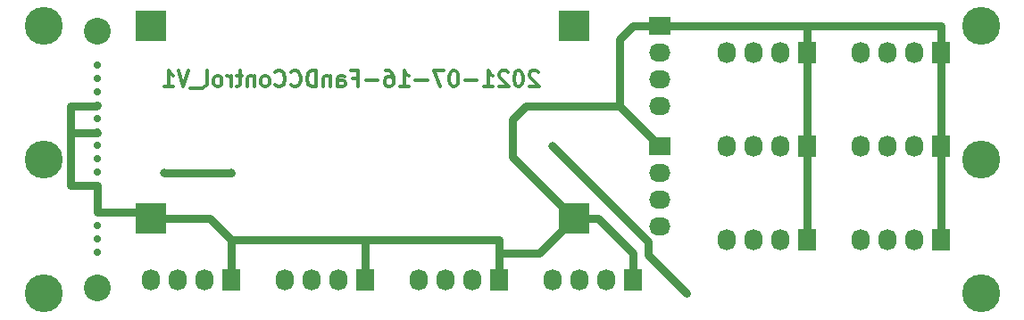
<source format=gbr>
%TF.GenerationSoftware,KiCad,Pcbnew,(5.1.10)-1*%
%TF.CreationDate,2021-07-17T09:46:38+08:00*%
%TF.ProjectId,FanDCControl,46616e44-4343-46f6-9e74-726f6c2e6b69,rev?*%
%TF.SameCoordinates,Original*%
%TF.FileFunction,Copper,L2,Bot*%
%TF.FilePolarity,Positive*%
%FSLAX46Y46*%
G04 Gerber Fmt 4.6, Leading zero omitted, Abs format (unit mm)*
G04 Created by KiCad (PCBNEW (5.1.10)-1) date 2021-07-17 09:46:38*
%MOMM*%
%LPD*%
G01*
G04 APERTURE LIST*
%TA.AperFunction,NonConductor*%
%ADD10C,0.300000*%
%TD*%
%TA.AperFunction,ComponentPad*%
%ADD11C,0.700000*%
%TD*%
%TA.AperFunction,WasherPad*%
%ADD12C,2.540000*%
%TD*%
%TA.AperFunction,ComponentPad*%
%ADD13R,3.000000X3.000000*%
%TD*%
%TA.AperFunction,ComponentPad*%
%ADD14O,1.730000X2.030000*%
%TD*%
%TA.AperFunction,ComponentPad*%
%ADD15R,1.730000X2.030000*%
%TD*%
%TA.AperFunction,ComponentPad*%
%ADD16O,2.030000X1.730000*%
%TD*%
%TA.AperFunction,ComponentPad*%
%ADD17R,2.030000X1.730000*%
%TD*%
%TA.AperFunction,ViaPad*%
%ADD18C,3.600000*%
%TD*%
%TA.AperFunction,ViaPad*%
%ADD19C,0.800000*%
%TD*%
%TA.AperFunction,Conductor*%
%ADD20C,0.750000*%
%TD*%
G04 APERTURE END LIST*
D10*
X120584285Y-70441428D02*
X120512857Y-70370000D01*
X120370000Y-70298571D01*
X120012857Y-70298571D01*
X119870000Y-70370000D01*
X119798571Y-70441428D01*
X119727142Y-70584285D01*
X119727142Y-70727142D01*
X119798571Y-70941428D01*
X120655714Y-71798571D01*
X119727142Y-71798571D01*
X118798571Y-70298571D02*
X118655714Y-70298571D01*
X118512857Y-70370000D01*
X118441428Y-70441428D01*
X118370000Y-70584285D01*
X118298571Y-70870000D01*
X118298571Y-71227142D01*
X118370000Y-71512857D01*
X118441428Y-71655714D01*
X118512857Y-71727142D01*
X118655714Y-71798571D01*
X118798571Y-71798571D01*
X118941428Y-71727142D01*
X119012857Y-71655714D01*
X119084285Y-71512857D01*
X119155714Y-71227142D01*
X119155714Y-70870000D01*
X119084285Y-70584285D01*
X119012857Y-70441428D01*
X118941428Y-70370000D01*
X118798571Y-70298571D01*
X117727142Y-70441428D02*
X117655714Y-70370000D01*
X117512857Y-70298571D01*
X117155714Y-70298571D01*
X117012857Y-70370000D01*
X116941428Y-70441428D01*
X116870000Y-70584285D01*
X116870000Y-70727142D01*
X116941428Y-70941428D01*
X117798571Y-71798571D01*
X116870000Y-71798571D01*
X115441428Y-71798571D02*
X116298571Y-71798571D01*
X115870000Y-71798571D02*
X115870000Y-70298571D01*
X116012857Y-70512857D01*
X116155714Y-70655714D01*
X116298571Y-70727142D01*
X114798571Y-71227142D02*
X113655714Y-71227142D01*
X112655714Y-70298571D02*
X112512857Y-70298571D01*
X112370000Y-70370000D01*
X112298571Y-70441428D01*
X112227142Y-70584285D01*
X112155714Y-70870000D01*
X112155714Y-71227142D01*
X112227142Y-71512857D01*
X112298571Y-71655714D01*
X112370000Y-71727142D01*
X112512857Y-71798571D01*
X112655714Y-71798571D01*
X112798571Y-71727142D01*
X112870000Y-71655714D01*
X112941428Y-71512857D01*
X113012857Y-71227142D01*
X113012857Y-70870000D01*
X112941428Y-70584285D01*
X112870000Y-70441428D01*
X112798571Y-70370000D01*
X112655714Y-70298571D01*
X111655714Y-70298571D02*
X110655714Y-70298571D01*
X111298571Y-71798571D01*
X110084285Y-71227142D02*
X108941428Y-71227142D01*
X107441428Y-71798571D02*
X108298571Y-71798571D01*
X107870000Y-71798571D02*
X107870000Y-70298571D01*
X108012857Y-70512857D01*
X108155714Y-70655714D01*
X108298571Y-70727142D01*
X106155714Y-70298571D02*
X106441428Y-70298571D01*
X106584285Y-70370000D01*
X106655714Y-70441428D01*
X106798571Y-70655714D01*
X106870000Y-70941428D01*
X106870000Y-71512857D01*
X106798571Y-71655714D01*
X106727142Y-71727142D01*
X106584285Y-71798571D01*
X106298571Y-71798571D01*
X106155714Y-71727142D01*
X106084285Y-71655714D01*
X106012857Y-71512857D01*
X106012857Y-71155714D01*
X106084285Y-71012857D01*
X106155714Y-70941428D01*
X106298571Y-70870000D01*
X106584285Y-70870000D01*
X106727142Y-70941428D01*
X106798571Y-71012857D01*
X106870000Y-71155714D01*
X105370000Y-71227142D02*
X104227142Y-71227142D01*
X103012857Y-71012857D02*
X103512857Y-71012857D01*
X103512857Y-71798571D02*
X103512857Y-70298571D01*
X102798571Y-70298571D01*
X101584285Y-71798571D02*
X101584285Y-71012857D01*
X101655714Y-70870000D01*
X101798571Y-70798571D01*
X102084285Y-70798571D01*
X102227142Y-70870000D01*
X101584285Y-71727142D02*
X101727142Y-71798571D01*
X102084285Y-71798571D01*
X102227142Y-71727142D01*
X102298571Y-71584285D01*
X102298571Y-71441428D01*
X102227142Y-71298571D01*
X102084285Y-71227142D01*
X101727142Y-71227142D01*
X101584285Y-71155714D01*
X100870000Y-70798571D02*
X100870000Y-71798571D01*
X100870000Y-70941428D02*
X100798571Y-70870000D01*
X100655714Y-70798571D01*
X100441428Y-70798571D01*
X100298571Y-70870000D01*
X100227142Y-71012857D01*
X100227142Y-71798571D01*
X99512857Y-71798571D02*
X99512857Y-70298571D01*
X99155714Y-70298571D01*
X98941428Y-70370000D01*
X98798571Y-70512857D01*
X98727142Y-70655714D01*
X98655714Y-70941428D01*
X98655714Y-71155714D01*
X98727142Y-71441428D01*
X98798571Y-71584285D01*
X98941428Y-71727142D01*
X99155714Y-71798571D01*
X99512857Y-71798571D01*
X97155714Y-71655714D02*
X97227142Y-71727142D01*
X97441428Y-71798571D01*
X97584285Y-71798571D01*
X97798571Y-71727142D01*
X97941428Y-71584285D01*
X98012857Y-71441428D01*
X98084285Y-71155714D01*
X98084285Y-70941428D01*
X98012857Y-70655714D01*
X97941428Y-70512857D01*
X97798571Y-70370000D01*
X97584285Y-70298571D01*
X97441428Y-70298571D01*
X97227142Y-70370000D01*
X97155714Y-70441428D01*
X95655714Y-71655714D02*
X95727142Y-71727142D01*
X95941428Y-71798571D01*
X96084285Y-71798571D01*
X96298571Y-71727142D01*
X96441428Y-71584285D01*
X96512857Y-71441428D01*
X96584285Y-71155714D01*
X96584285Y-70941428D01*
X96512857Y-70655714D01*
X96441428Y-70512857D01*
X96298571Y-70370000D01*
X96084285Y-70298571D01*
X95941428Y-70298571D01*
X95727142Y-70370000D01*
X95655714Y-70441428D01*
X94798571Y-71798571D02*
X94941428Y-71727142D01*
X95012857Y-71655714D01*
X95084285Y-71512857D01*
X95084285Y-71084285D01*
X95012857Y-70941428D01*
X94941428Y-70870000D01*
X94798571Y-70798571D01*
X94584285Y-70798571D01*
X94441428Y-70870000D01*
X94370000Y-70941428D01*
X94298571Y-71084285D01*
X94298571Y-71512857D01*
X94370000Y-71655714D01*
X94441428Y-71727142D01*
X94584285Y-71798571D01*
X94798571Y-71798571D01*
X93655714Y-70798571D02*
X93655714Y-71798571D01*
X93655714Y-70941428D02*
X93584285Y-70870000D01*
X93441428Y-70798571D01*
X93227142Y-70798571D01*
X93084285Y-70870000D01*
X93012857Y-71012857D01*
X93012857Y-71798571D01*
X92512857Y-70798571D02*
X91941428Y-70798571D01*
X92298571Y-70298571D02*
X92298571Y-71584285D01*
X92227142Y-71727142D01*
X92084285Y-71798571D01*
X91941428Y-71798571D01*
X91441428Y-71798571D02*
X91441428Y-70798571D01*
X91441428Y-71084285D02*
X91370000Y-70941428D01*
X91298571Y-70870000D01*
X91155714Y-70798571D01*
X91012857Y-70798571D01*
X90298571Y-71798571D02*
X90441428Y-71727142D01*
X90512857Y-71655714D01*
X90584285Y-71512857D01*
X90584285Y-71084285D01*
X90512857Y-70941428D01*
X90441428Y-70870000D01*
X90298571Y-70798571D01*
X90084285Y-70798571D01*
X89941428Y-70870000D01*
X89870000Y-70941428D01*
X89798571Y-71084285D01*
X89798571Y-71512857D01*
X89870000Y-71655714D01*
X89941428Y-71727142D01*
X90084285Y-71798571D01*
X90298571Y-71798571D01*
X88941428Y-71798571D02*
X89084285Y-71727142D01*
X89155714Y-71584285D01*
X89155714Y-70298571D01*
X88727142Y-71941428D02*
X87584285Y-71941428D01*
X87441428Y-70298571D02*
X86941428Y-71798571D01*
X86441428Y-70298571D01*
X85155714Y-71798571D02*
X86012857Y-71798571D01*
X85584285Y-71798571D02*
X85584285Y-70298571D01*
X85727142Y-70512857D01*
X85870000Y-70655714D01*
X86012857Y-70727142D01*
D11*
%TO.P,U2,14*%
%TO.N,+12V*%
X78740000Y-71062000D03*
%TO.P,U2,13*%
X78740000Y-72332000D03*
%TO.P,U2,15*%
X78740000Y-69792000D03*
%TO.P,U2,10*%
%TO.N,GND*%
X78740000Y-76142000D03*
%TO.P,U2,12*%
X78740000Y-73602000D03*
%TO.P,U2,11*%
%TO.N,N/C*%
X78740000Y-74872000D03*
%TO.P,U2,9*%
%TO.N,+5V*%
X78740000Y-77412000D03*
%TO.P,U2,8*%
X78740000Y-78682000D03*
%TO.P,U2,7*%
X78740000Y-79952000D03*
%TO.P,U2,6*%
%TO.N,GND*%
X78740000Y-81222000D03*
%TO.P,U2,5*%
X78740000Y-82492000D03*
%TO.P,U2,4*%
X78740000Y-83762000D03*
%TO.P,U2,3*%
%TO.N,N/C*%
X78740000Y-85032000D03*
%TO.P,U2,2*%
X78740000Y-86302000D03*
%TO.P,U2,1*%
X78740000Y-87572000D03*
D12*
%TO.P,U2,*%
%TO.N,*%
X78740000Y-66522600D03*
X78740000Y-90932000D03*
%TD*%
D13*
%TO.P,U1,4*%
%TO.N,GND*%
X123952000Y-84328000D03*
%TO.P,U1,1*%
%TO.N,+12V*%
X83820000Y-66040000D03*
%TO.P,U1,2*%
%TO.N,GND*%
X83820000Y-84328000D03*
%TO.P,U1,3*%
%TO.N,+8V*%
X123952000Y-66040000D03*
%TD*%
D14*
%TO.P,FAN4,4*%
%TO.N,N/C*%
X151130000Y-86360000D03*
%TO.P,FAN4,3*%
X153670000Y-86360000D03*
%TO.P,FAN4,2*%
%TO.N,+8V*%
X156210000Y-86360000D03*
D15*
%TO.P,FAN4,1*%
%TO.N,GND*%
X158750000Y-86360000D03*
%TD*%
D14*
%TO.P,FAN3,4*%
%TO.N,N/C*%
X151130000Y-77470000D03*
%TO.P,FAN3,3*%
X153670000Y-77470000D03*
%TO.P,FAN3,2*%
%TO.N,+8V*%
X156210000Y-77470000D03*
D15*
%TO.P,FAN3,1*%
%TO.N,GND*%
X158750000Y-77470000D03*
%TD*%
D14*
%TO.P,FAN2,4*%
%TO.N,N/C*%
X151130000Y-68580000D03*
%TO.P,FAN2,3*%
X153670000Y-68580000D03*
%TO.P,FAN2,2*%
%TO.N,+8V*%
X156210000Y-68580000D03*
D15*
%TO.P,FAN2,1*%
%TO.N,GND*%
X158750000Y-68580000D03*
%TD*%
D14*
%TO.P,FAN1,4*%
%TO.N,N/C*%
X138430000Y-86360000D03*
%TO.P,FAN1,3*%
X140970000Y-86360000D03*
%TO.P,FAN1,2*%
%TO.N,+8V*%
X143510000Y-86360000D03*
D15*
%TO.P,FAN1,1*%
%TO.N,GND*%
X146050000Y-86360000D03*
%TD*%
D14*
%TO.P,5V_FAN4,4*%
%TO.N,N/C*%
X138430000Y-77470000D03*
%TO.P,5V_FAN4,3*%
X140970000Y-77470000D03*
%TO.P,5V_FAN4,2*%
%TO.N,+5V*%
X143510000Y-77470000D03*
D15*
%TO.P,5V_FAN4,1*%
%TO.N,GND*%
X146050000Y-77470000D03*
%TD*%
D14*
%TO.P,5V_FAN3,4*%
%TO.N,N/C*%
X138430000Y-68580000D03*
%TO.P,5V_FAN3,3*%
X140970000Y-68580000D03*
%TO.P,5V_FAN3,2*%
%TO.N,+5V*%
X143510000Y-68580000D03*
D15*
%TO.P,5V_FAN3,1*%
%TO.N,GND*%
X146050000Y-68580000D03*
%TD*%
D16*
%TO.P,5V_FAN2,4*%
%TO.N,N/C*%
X132080000Y-85090000D03*
%TO.P,5V_FAN2,3*%
X132080000Y-82550000D03*
%TO.P,5V_FAN2,2*%
%TO.N,+5V*%
X132080000Y-80010000D03*
D17*
%TO.P,5V_FAN2,1*%
%TO.N,GND*%
X132080000Y-77470000D03*
%TD*%
D16*
%TO.P,5V_FAN1,4*%
%TO.N,N/C*%
X132080000Y-73660000D03*
%TO.P,5V_FAN1,3*%
X132080000Y-71120000D03*
%TO.P,5V_FAN1,2*%
%TO.N,+5V*%
X132080000Y-68580000D03*
D17*
%TO.P,5V_FAN1,1*%
%TO.N,GND*%
X132080000Y-66040000D03*
%TD*%
D14*
%TO.P,12V_FAN4,4*%
%TO.N,N/C*%
X109220000Y-90170000D03*
%TO.P,12V_FAN4,3*%
X111760000Y-90170000D03*
%TO.P,12V_FAN4,2*%
%TO.N,+12V*%
X114300000Y-90170000D03*
D15*
%TO.P,12V_FAN4,1*%
%TO.N,GND*%
X116840000Y-90170000D03*
%TD*%
D14*
%TO.P,12V_FAN3,4*%
%TO.N,N/C*%
X121920000Y-90170000D03*
%TO.P,12V_FAN3,3*%
X124460000Y-90170000D03*
%TO.P,12V_FAN3,2*%
%TO.N,+12V*%
X127000000Y-90170000D03*
D15*
%TO.P,12V_FAN3,1*%
%TO.N,GND*%
X129540000Y-90170000D03*
%TD*%
D14*
%TO.P,12V_FAN2,4*%
%TO.N,N/C*%
X83820000Y-90170000D03*
%TO.P,12V_FAN2,3*%
X86360000Y-90170000D03*
%TO.P,12V_FAN2,2*%
%TO.N,+12V*%
X88900000Y-90170000D03*
D15*
%TO.P,12V_FAN2,1*%
%TO.N,GND*%
X91440000Y-90170000D03*
%TD*%
D14*
%TO.P,12V_FAN1,4*%
%TO.N,N/C*%
X96520000Y-90170000D03*
%TO.P,12V_FAN1,3*%
X99060000Y-90170000D03*
%TO.P,12V_FAN1,2*%
%TO.N,+12V*%
X101600000Y-90170000D03*
D15*
%TO.P,12V_FAN1,1*%
%TO.N,GND*%
X104140000Y-90170000D03*
%TD*%
D18*
%TO.N,*%
X73660000Y-78740000D03*
X162560000Y-78740000D03*
X162560000Y-66040000D03*
X162560000Y-91440000D03*
X73660000Y-91440000D03*
X73660000Y-66040000D03*
D19*
%TO.N,+5V*%
X85090000Y-80010000D03*
X91440000Y-80010000D03*
%TO.N,+8V*%
X121920000Y-77470000D03*
X134620000Y-91440000D03*
%TD*%
D20*
%TO.N,GND*%
X78682000Y-81222000D02*
X78740000Y-81222000D01*
X78740000Y-81222000D02*
X78740000Y-82550000D01*
X78740000Y-82550000D02*
X78740000Y-82492000D01*
X78740000Y-82492000D02*
X78740000Y-83762000D01*
X83254000Y-83762000D02*
X83820000Y-84328000D01*
X78740000Y-83762000D02*
X83254000Y-83762000D01*
X78740000Y-81222000D02*
X76258000Y-81222000D01*
X76258000Y-81222000D02*
X76200000Y-81164000D01*
X76200000Y-81164000D02*
X76200000Y-76200000D01*
X78740000Y-76200000D02*
X76200000Y-76200000D01*
X76200000Y-76200000D02*
X76200000Y-73660000D01*
X78682000Y-73660000D02*
X78740000Y-73602000D01*
X76200000Y-73660000D02*
X78682000Y-73660000D01*
X83820000Y-84328000D02*
X89408000Y-84328000D01*
X91440000Y-86360000D02*
X91440000Y-90170000D01*
X89408000Y-84328000D02*
X91440000Y-86360000D01*
X104140000Y-86360000D02*
X104140000Y-90170000D01*
X91440000Y-86360000D02*
X104140000Y-86360000D01*
X104140000Y-86360000D02*
X116840000Y-86360000D01*
X120650000Y-87630000D02*
X123952000Y-84328000D01*
X116840000Y-87630000D02*
X120650000Y-87630000D01*
X116840000Y-86360000D02*
X116840000Y-87630000D01*
X116840000Y-87630000D02*
X116840000Y-90170000D01*
X123952000Y-84328000D02*
X126238000Y-84328000D01*
X129540000Y-87630000D02*
X129540000Y-90170000D01*
X126238000Y-84328000D02*
X129540000Y-87630000D01*
X123952000Y-84328000D02*
X118110000Y-78486000D01*
X118110000Y-78486000D02*
X118110000Y-74930000D01*
X118110000Y-74930000D02*
X119380000Y-73660000D01*
X128270000Y-73660000D02*
X132080000Y-77470000D01*
X119380000Y-73660000D02*
X128270000Y-73660000D01*
X128270000Y-73660000D02*
X128270000Y-67310000D01*
X129540000Y-66040000D02*
X132080000Y-66040000D01*
X128270000Y-67310000D02*
X129540000Y-66040000D01*
X158750000Y-66040000D02*
X158750000Y-68580000D01*
X146050000Y-66040000D02*
X146050000Y-68580000D01*
X132080000Y-66040000D02*
X146050000Y-66040000D01*
X146050000Y-66040000D02*
X158750000Y-66040000D01*
X146050000Y-68580000D02*
X146050000Y-77470000D01*
X158750000Y-68580000D02*
X158750000Y-77470000D01*
X158750000Y-77470000D02*
X158750000Y-86360000D01*
X146050000Y-77470000D02*
X146050000Y-86360000D01*
%TO.N,+5V*%
X85090000Y-80010000D02*
X91440000Y-80010000D01*
%TO.N,+8V*%
X130980010Y-87800010D02*
X134620000Y-91440000D01*
X130980010Y-86530010D02*
X130980010Y-87800010D01*
X121920000Y-77470000D02*
X130980010Y-86530010D01*
%TD*%
M02*

</source>
